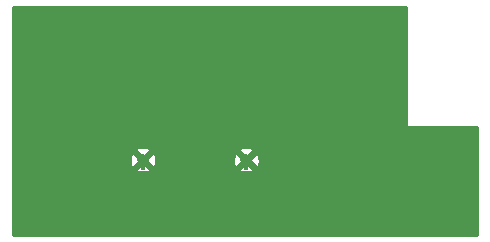
<source format=gbr>
G04 #@! TF.FileFunction,Copper,L2,Bot,Signal*
%FSLAX46Y46*%
G04 Gerber Fmt 4.6, Leading zero omitted, Abs format (unit mm)*
G04 Created by KiCad (PCBNEW 4.0.5) date 05/07/17 17:15:17*
%MOMM*%
%LPD*%
G01*
G04 APERTURE LIST*
%ADD10C,0.025400*%
%ADD11C,1.000000*%
%ADD12R,2.420000X5.080000*%
%ADD13C,0.970000*%
%ADD14R,0.460000X0.900000*%
%ADD15R,0.460000X0.890000*%
%ADD16C,0.254000*%
G04 APERTURE END LIST*
D10*
D11*
X17881600Y6705600D03*
X889000Y16891000D03*
X889000Y14986000D03*
X889000Y12954000D03*
X889000Y11049000D03*
X889000Y9144000D03*
X889000Y7366000D03*
X889000Y5715000D03*
X889000Y4064000D03*
X1016000Y2413000D03*
X1016000Y889000D03*
X2794000Y889000D03*
X4318000Y889000D03*
X5715000Y889000D03*
X7112000Y889000D03*
X8763000Y889000D03*
X8763000Y2641600D03*
X8788400Y4521200D03*
X8788400Y6477000D03*
X9779000Y8255000D03*
X18288000Y965200D03*
X18237200Y2743200D03*
X11557000Y8255000D03*
X18211800Y4622800D03*
X13157200Y965200D03*
X13157200Y2768600D03*
X13182600Y4800600D03*
X13665200Y6604000D03*
X13970000Y8128000D03*
X14224000Y9652000D03*
X15748000Y10668000D03*
X18034000Y10668000D03*
X20320000Y10668000D03*
X22606000Y10668000D03*
X24638000Y10668000D03*
X26670000Y10668000D03*
X28702000Y10668000D03*
X30988000Y10668000D03*
X35052000Y7112000D03*
X36830000Y7112000D03*
X29210000Y7112000D03*
X26924000Y7112000D03*
X24638000Y7112000D03*
X22606000Y7112000D03*
X22631400Y5181600D03*
X22860000Y3302000D03*
X23368000Y1270000D03*
X25908000Y1270000D03*
X28194000Y1270000D03*
X30734000Y1270000D03*
X33528000Y1270000D03*
X36322000Y1270000D03*
X38862000Y1270000D03*
X38862000Y3302000D03*
X38862000Y5588000D03*
X38862000Y7874000D03*
X33020000Y10922000D03*
X33020000Y12954000D03*
X33020000Y14732000D03*
X33020000Y16764000D03*
X32766000Y18796000D03*
X30480000Y18796000D03*
X28194000Y18796000D03*
X25908000Y18796000D03*
X23876000Y18796000D03*
X21539200Y18745200D03*
X19507200Y18745200D03*
X17018000Y18796000D03*
X14732000Y18796000D03*
X12446000Y18796000D03*
X10414000Y18796000D03*
X8636000Y18796000D03*
X6858000Y18796000D03*
X4826000Y18796000D03*
X2946400Y18846800D03*
D12*
X11378000Y3218000D03*
X20138000Y3218000D03*
D13*
X11378000Y6658000D03*
X20138000Y6658000D03*
D14*
X11378000Y6208000D03*
D15*
X20138000Y6208000D03*
D11*
X1016000Y18897600D03*
D16*
G36*
X33665000Y9560800D02*
X33675006Y9511390D01*
X33703447Y9469765D01*
X33745841Y9442485D01*
X33792000Y9433800D01*
X39659400Y9433800D01*
X39659400Y340600D01*
X391000Y340600D01*
X391000Y5878800D01*
X10778405Y5878800D01*
X10813692Y5665232D01*
X11236564Y5524851D01*
X11680968Y5556982D01*
X11942308Y5665232D01*
X11977595Y5878800D01*
X19538405Y5878800D01*
X19573692Y5665232D01*
X19996564Y5524851D01*
X20440968Y5556982D01*
X20702308Y5665232D01*
X20737595Y5878800D01*
X20138000Y6478395D01*
X19538405Y5878800D01*
X11977595Y5878800D01*
X11378000Y6478395D01*
X10778405Y5878800D01*
X391000Y5878800D01*
X391000Y6799436D01*
X10244851Y6799436D01*
X10276982Y6355032D01*
X10385232Y6093692D01*
X10598800Y6058405D01*
X11198395Y6658000D01*
X11557605Y6658000D01*
X12157200Y6058405D01*
X12370768Y6093692D01*
X12511149Y6516564D01*
X12490697Y6799436D01*
X19004851Y6799436D01*
X19036982Y6355032D01*
X19145232Y6093692D01*
X19358800Y6058405D01*
X19958395Y6658000D01*
X20317605Y6658000D01*
X20917200Y6058405D01*
X21130768Y6093692D01*
X21271149Y6516564D01*
X21239018Y6960968D01*
X21130768Y7222308D01*
X20917200Y7257595D01*
X20317605Y6658000D01*
X19958395Y6658000D01*
X19358800Y7257595D01*
X19145232Y7222308D01*
X19004851Y6799436D01*
X12490697Y6799436D01*
X12479018Y6960968D01*
X12370768Y7222308D01*
X12157200Y7257595D01*
X11557605Y6658000D01*
X11198395Y6658000D01*
X10598800Y7257595D01*
X10385232Y7222308D01*
X10244851Y6799436D01*
X391000Y6799436D01*
X391000Y7437200D01*
X10778405Y7437200D01*
X11378000Y6837605D01*
X11977595Y7437200D01*
X19538405Y7437200D01*
X20138000Y6837605D01*
X20737595Y7437200D01*
X20702308Y7650768D01*
X20279436Y7791149D01*
X19835032Y7759018D01*
X19573692Y7650768D01*
X19538405Y7437200D01*
X11977595Y7437200D01*
X11942308Y7650768D01*
X11519436Y7791149D01*
X11075032Y7759018D01*
X10813692Y7650768D01*
X10778405Y7437200D01*
X391000Y7437200D01*
X391000Y19593800D01*
X33665000Y19593800D01*
X33665000Y9560800D01*
X33665000Y9560800D01*
G37*
X33665000Y9560800D02*
X33675006Y9511390D01*
X33703447Y9469765D01*
X33745841Y9442485D01*
X33792000Y9433800D01*
X39659400Y9433800D01*
X39659400Y340600D01*
X391000Y340600D01*
X391000Y5878800D01*
X10778405Y5878800D01*
X10813692Y5665232D01*
X11236564Y5524851D01*
X11680968Y5556982D01*
X11942308Y5665232D01*
X11977595Y5878800D01*
X19538405Y5878800D01*
X19573692Y5665232D01*
X19996564Y5524851D01*
X20440968Y5556982D01*
X20702308Y5665232D01*
X20737595Y5878800D01*
X20138000Y6478395D01*
X19538405Y5878800D01*
X11977595Y5878800D01*
X11378000Y6478395D01*
X10778405Y5878800D01*
X391000Y5878800D01*
X391000Y6799436D01*
X10244851Y6799436D01*
X10276982Y6355032D01*
X10385232Y6093692D01*
X10598800Y6058405D01*
X11198395Y6658000D01*
X11557605Y6658000D01*
X12157200Y6058405D01*
X12370768Y6093692D01*
X12511149Y6516564D01*
X12490697Y6799436D01*
X19004851Y6799436D01*
X19036982Y6355032D01*
X19145232Y6093692D01*
X19358800Y6058405D01*
X19958395Y6658000D01*
X20317605Y6658000D01*
X20917200Y6058405D01*
X21130768Y6093692D01*
X21271149Y6516564D01*
X21239018Y6960968D01*
X21130768Y7222308D01*
X20917200Y7257595D01*
X20317605Y6658000D01*
X19958395Y6658000D01*
X19358800Y7257595D01*
X19145232Y7222308D01*
X19004851Y6799436D01*
X12490697Y6799436D01*
X12479018Y6960968D01*
X12370768Y7222308D01*
X12157200Y7257595D01*
X11557605Y6658000D01*
X11198395Y6658000D01*
X10598800Y7257595D01*
X10385232Y7222308D01*
X10244851Y6799436D01*
X391000Y6799436D01*
X391000Y7437200D01*
X10778405Y7437200D01*
X11378000Y6837605D01*
X11977595Y7437200D01*
X19538405Y7437200D01*
X20138000Y6837605D01*
X20737595Y7437200D01*
X20702308Y7650768D01*
X20279436Y7791149D01*
X19835032Y7759018D01*
X19573692Y7650768D01*
X19538405Y7437200D01*
X11977595Y7437200D01*
X11942308Y7650768D01*
X11519436Y7791149D01*
X11075032Y7759018D01*
X10813692Y7650768D01*
X10778405Y7437200D01*
X391000Y7437200D01*
X391000Y19593800D01*
X33665000Y19593800D01*
X33665000Y9560800D01*
M02*

</source>
